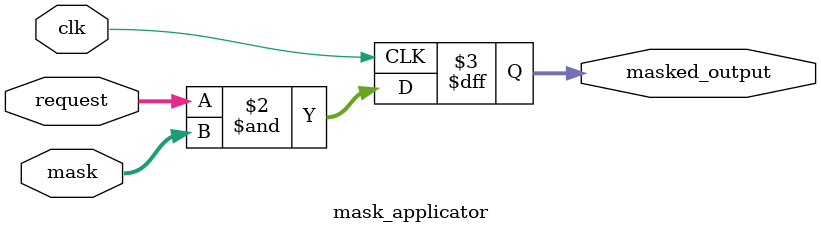
<source format=sv>
module int_ctrl_mask #(
    parameter DW = 16
)(
    input wire clk,
    input wire en,
    input wire [DW-1:0] req_in,
    input wire [DW-1:0] mask,
    output wire [DW-1:0] masked_req
);
    // 内部连接信号
    wire [DW-1:0] req_registered;
    wire [DW-1:0] mask_inverted;
    
    // 输入请求信号寄存子模块
    request_register #(
        .DW(DW)
    ) u_request_register (
        .clk(clk),
        .en(en),
        .req_in(req_in),
        .req_out(req_registered)
    );
    
    // 掩码处理子模块
    mask_processor #(
        .DW(DW)
    ) u_mask_processor (
        .clk(clk),
        .mask_in(mask),
        .inv_mask_out(mask_inverted)
    );
    
    // 掩码应用子模块
    mask_applicator #(
        .DW(DW)
    ) u_mask_applicator (
        .clk(clk),
        .request(req_registered),
        .mask(mask_inverted),
        .masked_output(masked_req)
    );
    
endmodule

// 子模块 - 请求信号寄存器
module request_register #(
    parameter DW = 16
)(
    input wire clk,
    input wire en,
    input wire [DW-1:0] req_in,
    output reg [DW-1:0] req_out
);
    always @(posedge clk) begin
        // 条件更新请求寄存器，减少多路选择器复杂度
        req_out <= en ? req_in : req_out;
    end
endmodule

// 子模块 - 掩码处理器
module mask_processor #(
    parameter DW = 16
)(
    input wire clk,
    input wire [DW-1:0] mask_in,
    output reg [DW-1:0] inv_mask_out
);
    always @(posedge clk) begin
        // 预计算掩码取反值，减少组合逻辑深度
        inv_mask_out <= ~mask_in;
    end
endmodule

// 子模块 - 掩码应用器
module mask_applicator #(
    parameter DW = 16
)(
    input wire clk,
    input wire [DW-1:0] request,
    input wire [DW-1:0] mask,
    output reg [DW-1:0] masked_output
);
    always @(posedge clk) begin
        // 应用掩码到请求信号
        masked_output <= request & mask;
    end
endmodule
</source>
